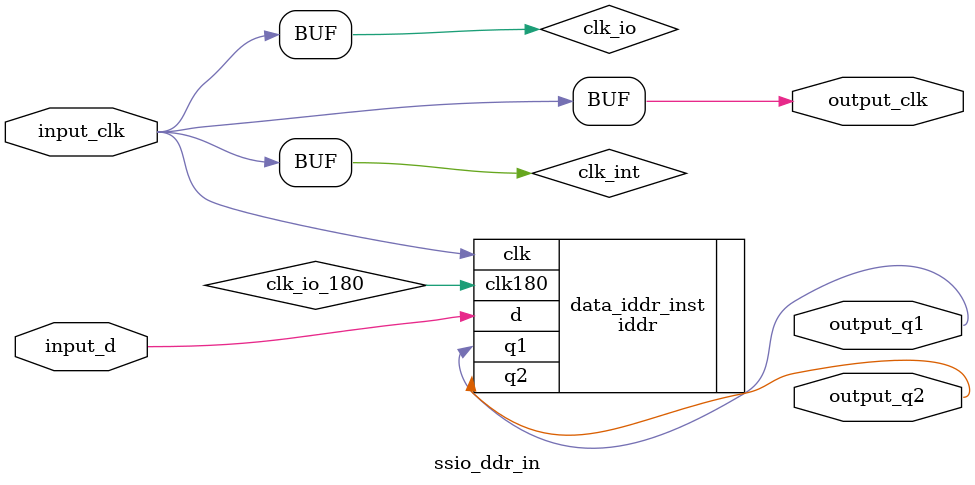
<source format=v>
/*

Copyright (c) 2016-2018 Alex Forencich

Permission is hereby granted, free of charge, to any person obtaining a copy
of this software and associated documentation files (the "Software"), to deal
in the Software without restriction, including without limitation the rights
to use, copy, modify, merge, publish, distribute, sublicense, and/or sell
copies of the Software, and to permit persons to whom the Software is
furnished to do so, subject to the following conditions:

The above copyright notice and this permission notice shall be included in
all copies or substantial portions of the Software.

THE SOFTWARE IS PROVIDED "AS IS", WITHOUT WARRANTY OF ANY KIND, EXPRESS OR
IMPLIED, INCLUDING BUT NOT LIMITED TO THE WARRANTIES OF MERCHANTABILITY
FITNESS FOR A PARTICULAR PURPOSE AND NONINFRINGEMENT. IN NO EVENT SHALL THE
AUTHORS OR COPYRIGHT HOLDERS BE LIABLE FOR ANY CLAIM, DAMAGES OR OTHER
LIABILITY, WHETHER IN AN ACTION OF CONTRACT, TORT OR OTHERWISE, ARISING FROM,
OUT OF OR IN CONNECTION WITH THE SOFTWARE OR THE USE OR OTHER DEALINGS IN
THE SOFTWARE.

*/

// Language: Verilog 2001

/*
 * Generic source synchronous DDR input
 */
module ssio_ddr_in #
(
    // target ("SIM", "GENERIC", "XILINX", "ALTERA")
    parameter TARGET = "GENERIC",
    // IODDR style ("IODDR", "IODDR2")
    // Use IODDR for Virtex-4, Virtex-5, Virtex-6, 7 Series, Ultrascale
    // Use IODDR2 for Spartan-6
    parameter IODDR_STYLE = "IODDR2",
    // Clock input style ("BUFG", "BUFR", "BUFIO", "BUFIO2")
    // Use BUFR for Virtex-5, Virtex-6, 7-series
    // Use BUFG for Ultrascale
    // Use BUFIO2 for Spartan-6
    parameter CLOCK_INPUT_STYLE = "BUFIO2",
    // Width of register in bits
    parameter WIDTH = 1
)
(
    input  wire             input_clk,

    input  wire [WIDTH-1:0] input_d,

    output wire             output_clk,

    output wire [WIDTH-1:0] output_q1,
    output wire [WIDTH-1:0] output_q2
);

wire clk_int;
wire clk_io;
wire clk_io_180;

generate

if (TARGET == "XILINX") begin

    // use Xilinx clocking primitives

    if (CLOCK_INPUT_STYLE == "BUFG") begin

        // buffer RX clock
        BUFG
        clk_bufg (
            .I(input_clk),
            .O(clk_int)
        );

        // pass through RX clock to logic and input buffers
        assign clk_io = clk_int;
        assign output_clk = clk_int;

    end else if (CLOCK_INPUT_STYLE == "BUFR") begin

        assign clk_int = input_clk;

        // pass through RX clock to input buffers
        BUFIO
        clk_bufio (
            .I(clk_int),
            .O(clk_io)
        );

        // pass through RX clock to logic
        BUFR #(
            .BUFR_DIVIDE("BYPASS")
        )
        clk_bufr (
            .I(clk_int),
            .O(output_clk),
            .CE(1'b1),
            .CLR(1'b0)
        );
        
    end else if (CLOCK_INPUT_STYLE == "BUFIO") begin

        assign clk_int = input_clk;

        // pass through RX clock to input buffers
        BUFIO
        clk_bufio (
            .I(clk_int),
            .O(clk_io)
        );

        // pass through RX clock to MAC
        BUFG
        clk_bufg (
            .I(clk_int),
            .O(output_clk)
        );

    end else if (CLOCK_INPUT_STYLE == "BUFIO2") begin

        // pass through RX clock to input buffers
        BUFIO2 #(
            .DIVIDE(1),
            .DIVIDE_BYPASS("TRUE"),
            .I_INVERT("FALSE"),
            .USE_DOUBLER("FALSE")
        )
        clk_bufio (
            .I(input_clk),
            .DIVCLK(clk_int),
            .IOCLK(clk_io),
            .SERDESSTROBE()
        );

        // pass through RX clock to input buffers
        BUFIO2 #(
            .DIVIDE(1),
            .DIVIDE_BYPASS("TRUE"),
            .I_INVERT("TRUE"),
            .USE_DOUBLER("FALSE")
        )
        clk_bufio_180 (
            .I(input_clk),
            .DIVCLK(),
            .IOCLK(clk_io_180),
            .SERDESSTROBE()
        );

        // pass through RX clock to MAC
        BUFG
        clk_bufg (
            .I(clk_int),
            .O(output_clk)
        );

    end

end else begin

    // pass through RX clock to input buffers
    assign clk_io = input_clk;

    // pass through RX clock to logic
    assign clk_int = input_clk;
    assign output_clk = clk_int;

end

endgenerate

iddr #(
    .TARGET(TARGET),
    .IODDR_STYLE(IODDR_STYLE),
    .WIDTH(WIDTH)
)
data_iddr_inst (
    .clk(clk_io),
    .clk180(clk_io_180),
    .d(input_d),
    .q1(output_q1),
    .q2(output_q2)
);

endmodule

</source>
